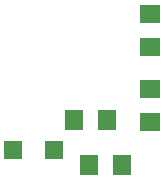
<source format=gtp>
G75*
G70*
%OFA0B0*%
%FSLAX24Y24*%
%IPPOS*%
%LPD*%
%AMOC8*
5,1,8,0,0,1.08239X$1,22.5*
%
%ADD10R,0.0709X0.0630*%
%ADD11R,0.0630X0.0709*%
%ADD12R,0.0591X0.0591*%
D10*
X012100Y004549D03*
X012100Y005651D03*
X012100Y007049D03*
X012100Y008151D03*
D11*
X010651Y004600D03*
X009549Y004600D03*
X010049Y003100D03*
X011151Y003100D03*
D12*
X007511Y003600D03*
X008889Y003600D03*
M02*

</source>
